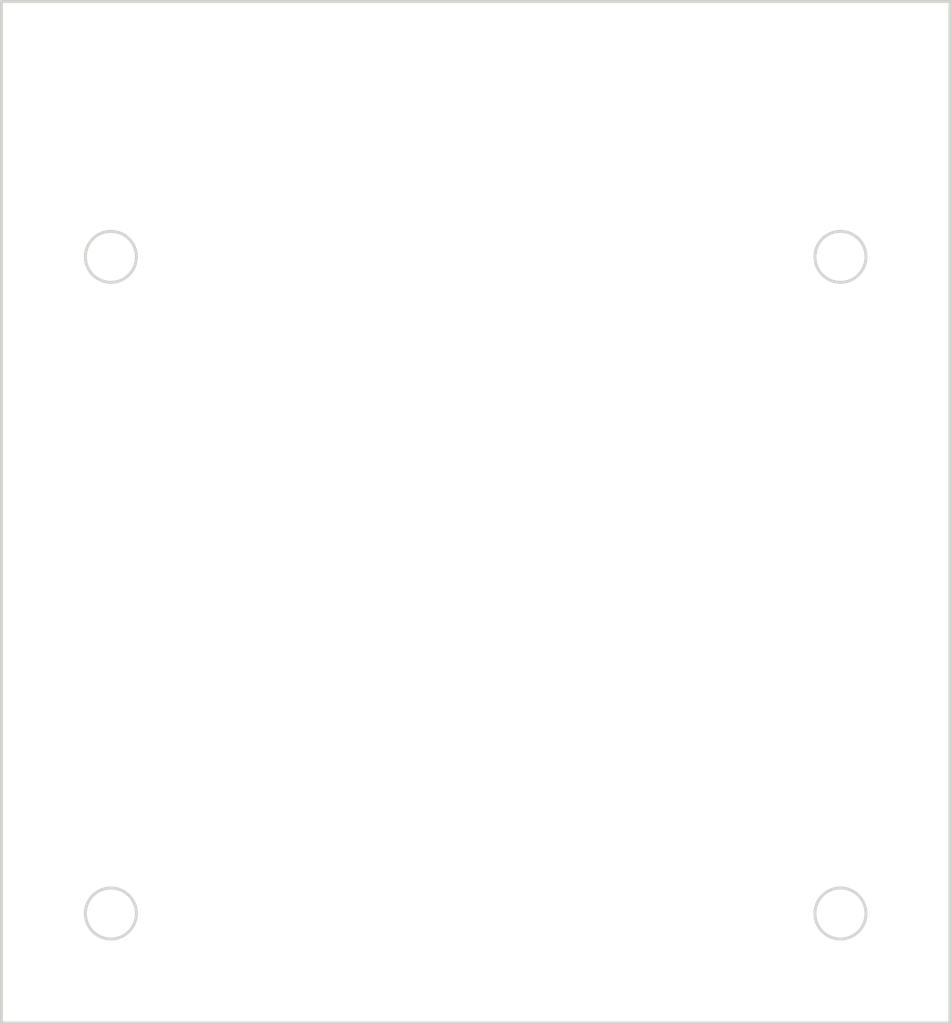
<source format=kicad_pcb>
(kicad_pcb
	(version 20240108)
	(generator "pcbnew")
	(generator_version "8.0")
	(general
		(thickness 1.6)
		(legacy_teardrops no)
	)
	(paper "A4")
	(layers
		(0 "F.Cu" signal)
		(31 "B.Cu" signal)
		(32 "B.Adhes" user "B.Adhesive")
		(33 "F.Adhes" user "F.Adhesive")
		(34 "B.Paste" user)
		(35 "F.Paste" user)
		(36 "B.SilkS" user "B.Silkscreen")
		(37 "F.SilkS" user "F.Silkscreen")
		(38 "B.Mask" user)
		(39 "F.Mask" user)
		(40 "Dwgs.User" user "User.Drawings")
		(41 "Cmts.User" user "User.Comments")
		(42 "Eco1.User" user "User.Eco1")
		(43 "Eco2.User" user "User.Eco2")
		(44 "Edge.Cuts" user)
		(45 "Margin" user)
		(46 "B.CrtYd" user "B.Courtyard")
		(47 "F.CrtYd" user "F.Courtyard")
		(48 "B.Fab" user)
		(49 "F.Fab" user)
		(50 "User.1" user)
		(51 "User.2" user)
		(52 "User.3" user)
		(53 "User.4" user)
		(54 "User.5" user)
		(55 "User.6" user)
		(56 "User.7" user)
		(57 "User.8" user)
		(58 "User.9" user)
	)
	(setup
		(pad_to_mask_clearance 0)
		(allow_soldermask_bridges_in_footprints no)
		(pcbplotparams
			(layerselection 0x00010fc_ffffffff)
			(plot_on_all_layers_selection 0x0000000_00000000)
			(disableapertmacros no)
			(usegerberextensions no)
			(usegerberattributes yes)
			(usegerberadvancedattributes yes)
			(creategerberjobfile yes)
			(dashed_line_dash_ratio 12.000000)
			(dashed_line_gap_ratio 3.000000)
			(svgprecision 4)
			(plotframeref no)
			(viasonmask no)
			(mode 1)
			(useauxorigin no)
			(hpglpennumber 1)
			(hpglpenspeed 20)
			(hpglpendiameter 15.000000)
			(pdf_front_fp_property_popups yes)
			(pdf_back_fp_property_popups yes)
			(dxfpolygonmode yes)
			(dxfimperialunits yes)
			(dxfusepcbnewfont yes)
			(psnegative no)
			(psa4output no)
			(plotreference yes)
			(plotvalue yes)
			(plotfptext yes)
			(plotinvisibletext no)
			(sketchpadsonfab no)
			(subtractmaskfromsilk no)
			(outputformat 1)
			(mirror no)
			(drillshape 1)
			(scaleselection 1)
			(outputdirectory "")
		)
	)
	(net 0 "")
	(gr_line
		(start 105.7638 112.7193)
		(end 105.75 112.5)
		(stroke
			(width 0.2)
			(type default)
		)
		(layer "Edge.Cuts")
		(uuid "00787f7b-dc6e-46ed-8752-4837af19142b")
	)
	(gr_line
		(start 158.4377 68.97757)
		(end 158.2451 69.08344)
		(stroke
			(width 0.2)
			(type default)
		)
		(layer "Edge.Cuts")
		(uuid "007c4ea7-38b0-4916-9983-5210de1ceb68")
	)
	(gr_line
		(start 109.195 112.0648)
		(end 109.2362 112.2807)
		(stroke
			(width 0.2)
			(type default)
		)
		(layer "Edge.Cuts")
		(uuid "027ea12f-76f4-4bde-b46f-44cabe2f5ad9")
	)
	(gr_line
		(start 109.1271 68.14421)
		(end 109.0335 68.34306)
		(stroke
			(width 0.2)
			(type default)
		)
		(layer "Edge.Cuts")
		(uuid "0285e032-2191-4de9-8a50-a1d815b05011")
	)
	(gr_line
		(start 107.6099 65.75346)
		(end 107.8279 65.78101)
		(stroke
			(width 0.2)
			(type default)
		)
		(layer "Edge.Cuts")
		(uuid "059f48c2-663d-423f-b970-d92539fff53c")
	)
	(gr_line
		(start 109.195 112.9352)
		(end 109.1271 113.1442)
		(stroke
			(width 0.2)
			(type default)
		)
		(layer "Edge.Cuts")
		(uuid "07f657cd-f433-483e-954b-2ec31b1d465e")
	)
	(gr_line
		(start 107.6099 69.24654)
		(end 107.3901 69.24654)
		(stroke
			(width 0.2)
			(type default)
		)
		(layer "Edge.Cuts")
		(uuid "0838f3cc-c965-4a2c-8feb-395a362be50e")
	)
	(gr_line
		(start 155.805 67.064789)
		(end 155.8729 66.855789)
		(stroke
			(width 0.2)
			(type default)
		)
		(layer "Edge.Cuts")
		(uuid "0bdfbbea-89d6-4dc4-b560-2315413cbcfb")
	)
	(gr_line
		(start 159.2362 67.280655)
		(end 159.25 67.5)
		(stroke
			(width 0.2)
			(type default)
		)
		(layer "Edge.Cuts")
		(uuid "0c27efa7-f4b2-4405-8782-f0cb82530393")
	)
	(gr_line
		(start 156.5623 68.97757)
		(end 156.3845 68.84839)
		(stroke
			(width 0.2)
			(type default)
		)
		(layer "Edge.Cuts")
		(uuid "0d7420d3-1763-43dd-af71-ddc835239e4a")
	)
	(gr_line
		(start 105.7638 112.2807)
		(end 105.805 112.0648)
		(stroke
			(width 0.2)
			(type default)
		)
		(layer "Edge.Cuts")
		(uuid "0da33bdf-3e12-447e-bd7a-af07ae4bfd5e")
	)
	(gr_line
		(start 157.6099 114.2465)
		(end 157.3901 114.2465)
		(stroke
			(width 0.2)
			(type default)
		)
		(layer "Edge.Cuts")
		(uuid "0e948824-28d4-417f-96ca-b8453fefc9fe")
	)
	(gr_line
		(start 108.0408 114.1643)
		(end 107.8279 114.219)
		(stroke
			(width 0.2)
			(type default)
		)
		(layer "Edge.Cuts")
		(uuid "0edb75f9-12a7-4d39-9c65-4732be2944e9")
	)
	(gr_line
		(start 159.0335 68.34306)
		(end 158.9158 68.52861)
		(stroke
			(width 0.2)
			(type default)
		)
		(layer "Edge.Cuts")
		(uuid "0f627536-13bb-4508-821b-4b804e59448a")
	)
	(gr_line
		(start 158.9158 66.47139)
		(end 159.0335 66.656937)
		(stroke
			(width 0.2)
			(type default)
		)
		(layer "Edge.Cuts")
		(uuid "140bc093-5a52-4df2-800c-fde5e0bbf57f")
	)
	(gr_line
		(start 155.9665 68.34306)
		(end 155.8729 68.14421)
		(stroke
			(width 0.2)
			(type default)
		)
		(layer "Edge.Cuts")
		(uuid "15b3c2e2-9bf3-458d-b58f-125fbcded2b0")
	)
	(gr_line
		(start 106.5623 68.97757)
		(end 106.3845 68.84839)
		(stroke
			(width 0.2)
			(type default)
		)
		(layer "Edge.Cuts")
		(uuid "15c8681c-35ff-43ad-bd13-002ffa064ee1")
	)
	(gr_line
		(start 109.2362 112.2807)
		(end 109.25 112.5)
		(stroke
			(width 0.2)
			(type default)
		)
		(layer "Edge.Cuts")
		(uuid "17609f93-39ac-43ce-8b4d-2935c1a923e2")
	)
	(gr_line
		(start 108.7757 111.302)
		(end 108.9158 111.4714)
		(stroke
			(width 0.2)
			(type default)
		)
		(layer "Edge.Cuts")
		(uuid "17a21658-ba3a-4833-b68f-a87b95621811")
	)
	(gr_line
		(start 159.195 112.0648)
		(end 159.2362 112.2807)
		(stroke
			(width 0.2)
			(type default)
		)
		(layer "Edge.Cuts")
		(uuid "1839d812-52f1-4c0d-a1e3-cab248c30943")
	)
	(gr_line
		(start 109.1271 113.1442)
		(end 109.0335 113.3431)
		(stroke
			(width 0.2)
			(type default)
		)
		(layer "Edge.Cuts")
		(uuid "1a790221-d7f4-4c50-98d5-abc4ea19a4e7")
	)
	(gr_line
		(start 155.8729 68.14421)
		(end 155.805 67.935196)
		(stroke
			(width 0.2)
			(type default)
		)
		(layer "Edge.Cuts")
		(uuid "1b1f3395-95f7-45f9-98ce-0ace32cd4809")
	)
	(gr_line
		(start 106.9592 110.8356)
		(end 107.1721 110.781)
		(stroke
			(width 0.2)
			(type default)
		)
		(layer "Edge.Cuts")
		(uuid "1e9d9e8a-a09d-4d0b-a0a8-291260a6b7ff")
	)
	(gr_line
		(start 109.1271 66.855789)
		(end 109.195 67.064789)
		(stroke
			(width 0.2)
			(type default)
		)
		(layer "Edge.Cuts")
		(uuid "2190bb45-f20a-4712-91f8-41b269f4dd7c")
	)
	(gr_line
		(start 107.1721 110.781)
		(end 107.3901 110.7534)
		(stroke
			(width 0.2)
			(type default)
		)
		(layer "Edge.Cuts")
		(uuid "21ad7838-9721-4378-ac49-2bd0e522f7ca")
	)
	(gr_line
		(start 106.7549 69.08344)
		(end 106.5623 68.97757)
		(stroke
			(width 0.2)
			(type default)
		)
		(layer "Edge.Cuts")
		(uuid "235e23cb-cd3f-43fd-ad7a-5024807f45ab")
	)
	(gr_line
		(start 158.9158 113.5286)
		(end 158.7757 113.698)
		(stroke
			(width 0.2)
			(type default)
		)
		(layer "Edge.Cuts")
		(uuid "25006cae-5797-4fe5-896d-9ef0308589d5")
	)
	(gr_line
		(start 106.9592 65.83566)
		(end 107.1721 65.78101)
		(stroke
			(width 0.2)
			(type default)
		)
		(layer "Edge.Cuts")
		(uuid "25c8985a-eda6-49e4-b77a-78b93fa2623d")
	)
	(gr_line
		(start 155.805 67.935196)
		(end 155.7638 67.71933)
		(stroke
			(width 0.2)
			(type default)
		)
		(layer "Edge.Cuts")
		(uuid "265d1f9d-93cc-46cf-80e1-15e1f5dd87e7")
	)
	(gr_line
		(start 155.9665 113.3431)
		(end 155.8729 113.1442)
		(stroke
			(width 0.2)
			(type default)
		)
		(layer "Edge.Cuts")
		(uuid "26bcd44b-984b-40a5-9578-1aa217d04d5e")
	)
	(gr_line
		(start 106.2243 113.698)
		(end 106.0842 113.5286)
		(stroke
			(width 0.2)
			(type default)
		)
		(layer "Edge.Cuts")
		(uuid "285b4fd5-f058-4d5a-b5e1-55484d3f5bd3")
	)
	(gr_line
		(start 108.4377 66.02243)
		(end 108.6155 66.151611)
		(stroke
			(width 0.2)
			(type default)
		)
		(layer "Edge.Cuts")
		(uuid "29869458-5cd2-4b9b-b080-7af7b7615d98")
	)
	(gr_line
		(start 158.9158 68.52861)
		(end 158.7757 68.69795)
		(stroke
			(width 0.2)
			(type default)
		)
		(layer "Edge.Cuts")
		(uuid "29d922d6-0f00-40a8-9f5b-664d330f57f5")
	)
	(gr_line
		(start 158.7757 113.698)
		(end 158.6155 113.8484)
		(stroke
			(width 0.2)
			(type default)
		)
		(layer "Edge.Cuts")
		(uuid "29e28979-6510-4814-bb38-a0d73807d24a")
	)
	(gr_line
		(start 109.195 67.935196)
		(end 109.1271 68.14421)
		(stroke
			(width 0.2)
			(type default)
		)
		(layer "Edge.Cuts")
		(uuid "2b001bc8-2f06-4219-8144-5a97848e6013")
	)
	(gr_line
		(start 105.7638 67.71933)
		(end 105.75 67.5)
		(stroke
			(width 0.2)
			(type default)
		)
		(layer "Edge.Cuts")
		(uuid "2c1e03ae-897f-495d-aad9-66837bbffdc2")
	)
	(gr_line
		(start 155.9665 66.656937)
		(end 156.0842 66.47139)
		(stroke
			(width 0.2)
			(type default)
		)
		(layer "Edge.Cuts")
		(uuid "2c9c450a-6fa8-4d0f-9edb-ff0cae6f3236")
	)
	(gr_line
		(start 159.0335 66.656937)
		(end 159.1271 66.855789)
		(stroke
			(width 0.2)
			(type default)
		)
		(layer "Edge.Cuts")
		(uuid "2cf5ff3e-6944-4039-a071-90e346f84c22")
	)
	(gr_line
		(start 158.6155 111.1516)
		(end 158.7757 111.302)
		(stroke
			(width 0.2)
			(type default)
		)
		(layer "Edge.Cuts")
		(uuid "2d3c3eb9-3fb5-4b22-80fc-ab3e16783134")
	)
	(gr_line
		(start 155.7638 67.71933)
		(end 155.75 67.5)
		(stroke
			(width 0.2)
			(type default)
		)
		(layer "Edge.Cuts")
		(uuid "2dc10c4a-90a2-4495-91eb-04a9c0782324")
	)
	(gr_line
		(start 108.0408 110.8356)
		(end 108.2451 110.9165)
		(stroke
			(width 0.2)
			(type default)
		)
		(layer "Edge.Cuts")
		(uuid "315abf82-8ff3-4f03-bdd1-94ae28970420")
	)
	(gr_line
		(start 157.8279 114.219)
		(end 157.6099 114.2465)
		(stroke
			(width 0.2)
			(type default)
		)
		(layer "Edge.Cuts")
		(uuid "3299d304-859c-420f-94b3-bd062d5f88e8")
	)
	(gr_line
		(start 100 50)
		(end 100 120)
		(stroke
			(width 0.2)
			(type default)
		)
		(layer "Edge.Cuts")
		(uuid "35a6b1fa-81de-4ca9-9464-8b579f887da8")
	)
	(gr_line
		(start 156.2243 111.302)
		(end 156.3845 111.1516)
		(stroke
			(width 0.2)
			(type default)
		)
		(layer "Edge.Cuts")
		(uuid "35b19edc-9725-4832-9857-c7a4d0038dec")
	)
	(gr_line
		(start 157.1721 110.781)
		(end 157.3901 110.7534)
		(stroke
			(width 0.2)
			(type default)
		)
		(layer "Edge.Cuts")
		(uuid "35e45703-2a8f-435e-b5e0-6b0583a64e69")
	)
	(gr_line
		(start 158.0408 69.16434)
		(end 157.8279 69.21899)
		(stroke
			(width 0.2)
			(type default)
		)
		(layer "Edge.Cuts")
		(uuid "37b96838-dd40-460c-ac73-941dda754dd0")
	)
	(gr_line
		(start 109.195 67.064789)
		(end 109.2362 67.280655)
		(stroke
			(width 0.2)
			(type default)
		)
		(layer "Edge.Cuts")
		(uuid "37f1467b-746e-4e17-8d6f-19fc35d0fa50")
	)
	(gr_line
		(start 158.0408 110.8356)
		(end 158.2451 110.9165)
		(stroke
			(width 0.2)
			(type default)
		)
		(layer "Edge.Cuts")
		(uuid "39422367-ffc4-40a0-bdc6-48049a3526f2")
	)
	(gr_line
		(start 158.0408 114.1643)
		(end 157.8279 114.219)
		(stroke
			(width 0.2)
			(type default)
		)
		(layer "Edge.Cuts")
		(uuid "396d5ee3-4e4e-41f1-ad3e-731737da676b")
	)
	(gr_line
		(start 106.7549 110.9165)
		(end 106.9592 110.8356)
		(stroke
			(width 0.2)
			(type default)
		)
		(layer "Edge.Cuts")
		(uuid "39a64d92-b2a7-4300-a8db-537ceebf681e")
	)
	(gr_line
		(start 108.0408 69.16434)
		(end 107.8279 69.21899)
		(stroke
			(width 0.2)
			(type default)
		)
		(layer "Edge.Cuts")
		(uuid "3adee539-f088-4ac2-98bf-d4035adeea67")
	)
	(gr_line
		(start 106.5623 111.0224)
		(end 106.7549 110.9165)
		(stroke
			(width 0.2)
			(type default)
		)
		(layer "Edge.Cuts")
		(uuid "3ef9a817-ca15-4ddd-870a-722e26cdd451")
	)
	(gr_line
		(start 106.5623 113.9776)
		(end 106.3845 113.8484)
		(stroke
			(width 0.2)
			(type default)
		)
		(layer "Edge.Cuts")
		(uuid "41d3e695-f043-437a-b0ac-6dece0f5634f")
	)
	(gr_line
		(start 106.0842 111.4714)
		(end 106.2243 111.302)
		(stroke
			(width 0.2)
			(type default)
		)
		(layer "Edge.Cuts")
		(uuid "447698d5-c54c-40d4-b8d9-d75a4eee20ab")
	)
	(gr_line
		(start 156.0842 68.52861)
		(end 155.9665 68.34306)
		(stroke
			(width 0.2)
			(type default)
		)
		(layer "Edge.Cuts")
		(uuid "451c131a-0b77-4d9a-8015-23853a276896")
	)
	(gr_line
		(start 158.6155 68.84839)
		(end 158.4377 68.97757)
		(stroke
			(width 0.2)
			(type default)
		)
		(layer "Edge.Cuts")
		(uuid "456453d6-dbf3-4e1d-a1da-cf4a5195f377")
	)
	(gr_line
		(start 109.0335 66.656937)
		(end 109.1271 66.855789)
		(stroke
			(width 0.2)
			(type default)
		)
		(layer "Edge.Cuts")
		(uuid "4639957e-a81d-4e7e-bdda-9798139810fa")
	)
	(gr_line
		(start 109.0335 113.3431)
		(end 108.9158 113.5286)
		(stroke
			(width 0.2)
			(type default)
		)
		(layer "Edge.Cuts")
		(uuid "47762b63-80c6-4c3f-bff6-386be7b4c84f")
	)
	(gr_line
		(start 109.2362 67.280655)
		(end 109.25 67.5)
		(stroke
			(width 0.2)
			(type default)
		)
		(layer "Edge.Cuts")
		(uuid "477fb69f-2bfc-4db1-8075-fa64390ddf34")
	)
	(gr_line
		(start 156.7549 69.08344)
		(end 156.5623 68.97757)
		(stroke
			(width 0.2)
			(type default)
		)
		(layer "Edge.Cuts")
		(uuid "4881dfc6-8e42-4d0d-b112-adb05f1d2496")
	)
	(gr_line
		(start 165 50)
		(end 100 50)
		(stroke
			(width 0.2)
			(type default)
		)
		(layer "Edge.Cuts")
		(uuid "48a95ce9-68dd-401f-aeb4-30c0bd10eefd")
	)
	(gr_line
		(start 107.3901 65.75346)
		(end 107.6099 65.75346)
		(stroke
			(width 0.2)
			(type default)
		)
		(layer "Edge.Cuts")
		(uuid "4911b9a3-fd25-4efc-b469-6bd7b08e0583")
	)
	(gr_line
		(start 106.2243 68.69795)
		(end 106.0842 68.52861)
		(stroke
			(width 0.2)
			(type default)
		)
		(layer "Edge.Cuts")
		(uuid "4b9f9b3c-825c-414d-bb53-699712145aa2")
	)
	(gr_line
		(start 109.2362 67.71933)
		(end 109.195 67.935196)
		(stroke
			(width 0.2)
			(type default)
		)
		(layer "Edge.Cuts")
		(uuid "4d054d86-dfb7-416c-a6c3-11aec3bfda45")
	)
	(gr_line
		(start 156.3845 68.84839)
		(end 156.2243 68.69795)
		(stroke
			(width 0.2)
			(type default)
		)
		(layer "Edge.Cuts")
		(uuid "4dd6d285-b933-4103-bca1-2047c165cfda")
	)
	(gr_line
		(start 159.1271 111.8558)
		(end 159.195 112.0648)
		(stroke
			(width 0.2)
			(type default)
		)
		(layer "Edge.Cuts")
		(uuid "4e41e194-9302-4562-a466-3e6a710872c2")
	)
	(gr_line
		(start 157.3901 69.24654)
		(end 157.1721 69.21899)
		(stroke
			(width 0.2)
			(type default)
		)
		(layer "Edge.Cuts")
		(uuid "4ee07ff9-8496-46bd-b692-ebde756bafda")
	)
	(gr_line
		(start 106.5623 66.02243)
		(end 106.7549 65.91656)
		(stroke
			(width 0.2)
			(type default)
		)
		(layer "Edge.Cuts")
		(uuid "505cb85f-a50e-4703-b803-3a44496ca3fb")
	)
	(gr_line
		(start 106.3845 66.151611)
		(end 106.5623 66.02243)
		(stroke
			(width 0.2)
			(type default)
		)
		(layer "Edge.Cuts")
		(uuid "5214a0bb-4172-42f2-bbfd-bbbcc57c5f78")
	)
	(gr_line
		(start 108.2451 65.91656)
		(end 108.4377 66.02243)
		(stroke
			(width 0.2)
			(type default)
		)
		(layer "Edge.Cuts")
		(uuid "524cb55a-4a53-4d39-ac20-382732affaf1")
	)
	(gr_line
		(start 157.6099 110.7534)
		(end 157.8279 110.781)
		(stroke
			(width 0.2)
			(type default)
		)
		(layer "Edge.Cuts")
		(uuid "532b2316-1210-41b2-83bf-b29cab7a634c")
	)
	(gr_line
		(start 158.7757 66.302048)
		(end 158.9158 66.47139)
		(stroke
			(width 0.2)
			(type default)
		)
		(layer "Edge.Cuts")
		(uuid "55da4250-18b5-40da-b2d1-703b29ceddfe")
	)
	(gr_line
		(start 105.75 112.5)
		(end 105.7638 112.2807)
		(stroke
			(width 0.2)
			(type default)
		)
		(layer "Edge.Cuts")
		(uuid "5630ea44-91e3-40f8-9405-d6ac9fc07b24")
	)
	(gr_line
		(start 105.9665 113.3431)
		(end 105.8729 113.1442)
		(stroke
			(width 0.2)
			(type default)
		)
		(layer "Edge.Cuts")
		(uuid "59d3f9cc-ad42-4d68-b9a1-7ac0e09a2f2d")
	)
	(gr_line
		(start 108.9158 66.47139)
		(end 109.0335 66.656937)
		(stroke
			(width 0.2)
			(type default)
		)
		(layer "Edge.Cuts")
		(uuid "5a633231-b5aa-439b-be6d-e9cb95d7ac86")
	)
	(gr_line
		(start 156.9592 114.1643)
		(end 156.7549 114.0834)
		(stroke
			(width 0.2)
			(type default)
		)
		(layer "Edge.Cuts")
		(uuid "5b8c1a34-0256-4f06-9bb2-31c04e83c715")
	)
	(gr_line
		(start 108.2451 110.9165)
		(end 108.4377 111.0224)
		(stroke
			(width 0.2)
			(type default)
		)
		(layer "Edge.Cuts")
		(uuid "5bf7e553-5d63-439f-9e1a-211ca060ed2e")
	)
	(gr_line
		(start 105.805 67.064789)
		(end 105.8729 66.855789)
		(stroke
			(width 0.2)
			(type default)
		)
		(layer "Edge.Cuts")
		(uuid "5cc5f358-d877-4ea9-baea-24a084dccb7b")
	)
	(gr_line
		(start 107.8279 65.78101)
		(end 108.0408 65.83566)
		(stroke
			(width 0.2)
			(type default)
		)
		(layer "Edge.Cuts")
		(uuid "6114bc84-dfae-4770-8264-ae014dead726")
	)
	(gr_line
		(start 106.9592 69.16434)
		(end 106.7549 69.08344)
		(stroke
			(width 0.2)
			(type default)
		)
		(layer "Edge.Cuts")
		(uuid "6138b18f-e8a7-47a7-b8f3-631419865727")
	)
	(gr_line
		(start 109.1271 111.8558)
		(end 109.195 112.0648)
		(stroke
			(width 0.2)
			(type default)
		)
		(layer "Edge.Cuts")
		(uuid "619026c6-15eb-49a2-b2f6-642a94630591")
	)
	(gr_line
		(start 109.2362 112.7193)
		(end 109.195 112.9352)
		(stroke
			(width 0.2)
			(type default)
		)
		(layer "Edge.Cuts")
		(uuid "62047d2e-c192-476a-9ce0-0c9b95ebd967")
	)
	(gr_line
		(start 159.0335 113.3431)
		(end 158.9158 113.5286)
		(stroke
			(width 0.2)
			(type default)
		)
		(layer "Edge.Cuts")
		(uuid "628550f7-bc05-4af4-884d-66ba4be895d6")
	)
	(gr_line
		(start 156.5623 66.02243)
		(end 156.7549 65.91656)
		(stroke
			(width 0.2)
			(type default)
		)
		(layer "Edge.Cuts")
		(uuid "63e706ee-fbe5-4896-8fd6-920e13afd14b")
	)
	(gr_line
		(start 105.9665 66.656937)
		(end 106.0842 66.47139)
		(stroke
			(width 0.2)
			(type default)
		)
		(layer "Edge.Cuts")
		(uuid "643c405f-9276-4c30-b06b-0968b51e916f")
	)
	(gr_line
		(start 108.7757 113.698)
		(end 108.6155 113.8484)
		(stroke
			(width 0.2)
			(type default)
		)
		(layer "Edge.Cuts")
		(uuid "6499e7db-ef60-4251-bc21-55cd195d8f23")
	)
	(gr_line
		(start 158.7757 68.69795)
		(end 158.6155 68.84839)
		(stroke
			(width 0.2)
			(type default)
		)
		(layer "Edge.Cuts")
		(uuid "64c4b3d2-d628-4a63-a213-717aea306942")
	)
	(gr_line
		(start 159.25 67.5)
		(end 159.2362 67.71933)
		(stroke
			(width 0.2)
			(type default)
		)
		(layer "Edge.Cuts")
		(uuid "653c12c5-00df-4333-9b31-4923c43a2602")
	)
	(gr_line
		(start 105.805 112.9352)
		(end 105.7638 112.7193)
		(stroke
			(width 0.2)
			(type default)
		)
		(layer "Edge.Cuts")
		(uuid "66916862-507b-4ad6-aeae-233f71e22978")
	)
	(gr_line
		(start 107.1721 69.21899)
		(end 106.9592 69.16434)
		(stroke
			(width 0.2)
			(type default)
		)
		(layer "Edge.Cuts")
		(uuid "66962cf4-e921-4af7-84b4-a75664839896")
	)
	(gr_line
		(start 159.2362 67.71933)
		(end 159.195 67.935196)
		(stroke
			(width 0.2)
			(type default)
		)
		(layer "Edge.Cuts")
		(uuid "684549f3-0283-463b-9873-319795906f8f")
	)
	(gr_line
		(start 159.2362 112.7193)
		(end 159.195 112.9352)
		(stroke
			(width 0.2)
			(type default)
		)
		(layer "Edge.Cuts")
		(uuid "6882ca98-379a-4c4a-8800-08bc6262dad1")
	)
	(gr_line
		(start 108.9158 113.5286)
		(end 108.7757 113.698)
		(stroke
			(width 0.2)
			(type default)
		)
		(layer "Edge.Cuts")
		(uuid "69c22bb3-ffba-4644-bd17-58bc777fce8f")
	)
	(gr_line
		(start 156.7549 110.9165)
		(end 156.9592 110.8356)
		(stroke
			(width 0.2)
			(type default)
		)
		(layer "Edge.Cuts")
		(uuid "6a0647bf-7a27-464b-927c-e82a4f13c0c7")
	)
	(gr_line
		(start 108.2451 69.08344)
		(end 108.0408 69.16434)
		(stroke
			(width 0.2)
			(type default)
		)
		(layer "Edge.Cuts")
		(uuid "6b7f11e2-488a-433b-acb0-be5e0318978a")
	)
	(gr_line
		(start 107.3901 114.2465)
		(end 107.1721 114.219)
		(stroke
			(width 0.2)
			(type default)
		)
		(layer "Edge.Cuts")
		(uuid "6ecfba39-f7aa-4ca7-894e-7f7bcd73b839")
	)
	(gr_line
		(start 155.8729 66.855789)
		(end 155.9665 66.656937)
		(stroke
			(width 0.2)
			(type default)
		)
		(layer "Edge.Cuts")
		(uuid "6fd04fbc-e152-46e4-9c9b-5367418fb986")
	)
	(gr_line
		(start 106.3845 113.8484)
		(end 106.2243 113.698)
		(stroke
			(width 0.2)
			(type default)
		)
		(layer "Edge.Cuts")
		(uuid "714285e9-e8a0-4b0a-9a78-b5172a167d0c")
	)
	(gr_line
		(start 157.3901 110.7534)
		(end 157.6099 110.7534)
		(stroke
			(width 0.2)
			(type default)
		)
		(layer "Edge.Cuts")
		(uuid "74135c26-4bcb-4226-95bc-6f3a6a6f7963")
	)
	(gr_line
		(start 158.9158 111.4714)
		(end 159.0335 111.6569)
		(stroke
			(width 0.2)
			(type default)
		)
		(layer "Edge.Cuts")
		(uuid "74137862-31e1-4d84-ae61-eb225ddc827f")
	)
	(gr_line
		(start 100 120)
		(end 165 120)
		(stroke
			(width 0.2)
			(type default)
		)
		(layer "Edge.Cuts")
		(uuid "75722e8e-1da4-49a7-8641-789cf2ca9081")
	)
	(gr_line
		(start 107.3901 110.7534)
		(end 107.6099 110.7534)
		(stroke
			(width 0.2)
			(type default)
		)
		(layer "Edge.Cuts")
		(uuid "757fc902-0f47-423c-abda-76396b71fc21")
	)
	(gr_line
		(start 159.1271 66.855789)
		(end 159.195 67.064789)
		(stroke
			(width 0.2)
			(type default)
		)
		(layer "Edge.Cuts")
		(uuid "7587fbbb-ff6c-45ad-b11e-82d589f72dab")
	)
	(gr_line
		(start 157.8279 65.78101)
		(end 158.0408 65.83566)
		(stroke
			(width 0.2)
			(type default)
		)
		(layer "Edge.Cuts")
		(uuid "75f9dd0b-e04f-45f3-9b84-a2fc824dea50")
	)
	(gr_line
		(start 108.4377 111.0224)
		(end 108.6155 111.1516)
		(stroke
			(width 0.2)
			(type default)
		)
		(layer "Edge.Cuts")
		(uuid "7a6906f2-4cce-4118-a31d-18f19828be83")
	)
	(gr_line
		(start 109.0335 111.6569)
		(end 109.1271 111.8558)
		(stroke
			(width 0.2)
			(type default)
		)
		(layer "Edge.Cuts")
		(uuid "7ae3870b-3eda-4a2e-868f-57ae85e7252c")
	)
	(gr_line
		(start 155.8729 111.8558)
		(end 155.9665 111.6569)
		(stroke
			(width 0.2)
			(type default)
		)
		(layer "Edge.Cuts")
		(uuid "7b4c45d8-6d2e-4bb4-8b91-573d0190e817")
	)
	(gr_line
		(start 155.805 112.0648)
		(end 155.8729 111.8558)
		(stroke
			(width 0.2)
			(type default)
		)
		(layer "Edge.Cuts")
		(uuid "7c5044ae-23d7-4441-ba4b-2236b6cad355")
	)
	(gr_line
		(start 158.4377 66.02243)
		(end 158.6155 66.151611)
		(stroke
			(width 0.2)
			(type default)
		)
		(layer "Edge.Cuts")
		(uuid "7dc20f81-a815-44c8-8371-d46d0fc87aff")
	)
	(gr_line
		(start 105.8729 111.8558)
		(end 105.9665 111.6569)
		(stroke
			(width 0.2)
			(type default)
		)
		(layer "Edge.Cuts")
		(uuid "7e0c2698-6a9d-46c9-82c5-dbf7f75d9157")
	)
	(gr_line
		(start 105.9665 68.34306)
		(end 105.8729 68.14421)
		(stroke
			(width 0.2)
			(type default)
		)
		(layer "Edge.Cuts")
		(uuid "7fd16efb-2716-48a1-8d73-4a751c811a26")
	)
	(gr_line
		(start 106.7549 65.91656)
		(end 106.9592 65.83566)
		(stroke
			(width 0.2)
			(type default)
		)
		(layer "Edge.Cuts")
		(uuid "7fe7c177-c37f-470f-aea7-85079f93ea09")
	)
	(gr_line
		(start 156.0842 113.5286)
		(end 155.9665 113.3431)
		(stroke
			(width 0.2)
			(type default)
		)
		(layer "Edge.Cuts")
		(uuid "84621fc8-052b-4066-b841-bfebbe39e6e7")
	)
	(gr_line
		(start 155.8729 113.1442)
		(end 155.805 112.9352)
		(stroke
			(width 0.2)
			(type default)
		)
		(layer "Edge.Cuts")
		(uuid "84ef9c8b-1fa8-4cac-8aab-91c10cd9e85c")
	)
	(gr_line
		(start 159.195 112.9352)
		(end 159.1271 113.1442)
		(stroke
			(width 0.2)
			(type default)
		)
		(layer "Edge.Cuts")
		(uuid "852bd130-9639-44c0-9993-1f2023e678dd")
	)
	(gr_line
		(start 105.9665 111.6569)
		(end 106.0842 111.4714)
		(stroke
			(width 0.2)
			(type default)
		)
		(layer "Edge.Cuts")
		(uuid "85740f03-a007-4047-9b35-9e30ce198102")
	)
	(gr_line
		(start 156.3845 113.8484)
		(end 156.2243 113.698)
		(stroke
			(width 0.2)
			(type default)
		)
		(layer "Edge.Cuts")
		(uuid "86922acc-0f20-4bc1-9030-a22c0e456597")
	)
	(gr_line
		(start 106.3845 111.1516)
		(end 106.5623 111.0224)
		(stroke
			(width 0.2)
			(type default)
		)
		(layer "Edge.Cuts")
		(uuid "8718fa29-2741-4a79-917b-c0750275c1c7")
	)
	(gr_line
		(start 156.0842 111.4714)
		(end 156.2243 111.302)
		(stroke
			(width 0.2)
			(type default)
		)
		(layer "Edge.Cuts")
		(uuid "89213037-22a3-427b-9539-3d572cdec6a7")
	)
	(gr_line
		(start 105.7638 67.280655)
		(end 105.805 67.064789)
		(stroke
			(width 0.2)
			(type default)
		)
		(layer "Edge.Cuts")
		(uuid "89dda1ec-33d6-4dd3-b232-513c1b384c4f")
	)
	(gr_line
		(start 157.8279 110.781)
		(end 158.0408 110.8356)
		(stroke
			(width 0.2)
			(type default)
		)
		(layer "Edge.Cuts")
		(uuid "8aa90be0-aa46-4c07-8a17-6288fb6efc18")
	)
	(gr_line
		(start 156.2243 66.302048)
		(end 156.3845 66.151611)
		(stroke
			(width 0.2)
			(type default)
		)
		(layer "Edge.Cuts")
		(uuid "8c8a9120-4f19-47b0-9dc4-daf270b29e7c")
	)
	(gr_line
		(start 109.25 67.5)
		(end 109.2362 67.71933)
		(stroke
			(width 0.2)
			(type default)
		)
		(layer "Edge.Cuts")
		(uuid "9106ca12-370a-4bf8-8617-368961bc3b13")
	)
	(gr_line
		(start 159.195 67.064789)
		(end 159.2362 67.280655)
		(stroke
			(width 0.2)
			(type default)
		)
		(layer "Edge.Cuts")
		(uuid "9638b98b-57ef-4635-87bf-5df01e889de2")
	)
	(gr_line
		(start 158.2451 110.9165)
		(end 158.4377 111.0224)
		(stroke
			(width 0.2)
			(type default)
		)
		(layer "Edge.Cuts")
		(uuid "9799778b-31e9-4858-a22d-718eba98fafd")
	)
	(gr_line
		(start 159.195 67.935196)
		(end 159.1271 68.14421)
		(stroke
			(width 0.2)
			(type default)
		)
		(layer "Edge.Cuts")
		(uuid "980af68c-aac9-49d3-b62b-c2020cc97901")
	)
	(gr_line
		(start 105.805 67.935196)
		(end 105.7638 67.71933)
		(stroke
			(width 0.2)
			(type default)
		)
		(layer "Edge.Cuts")
		(uuid "98f700ff-c248-4fc4-af2f-fe51c4d2964b")
	)
	(gr_line
		(start 156.5623 111.0224)
		(end 156.7549 110.9165)
		(stroke
			(width 0.2)
			(type default)
		)
		(layer "Edge.Cuts")
		(uuid "993b6711-f53b-4de5-9d22-824d11e5f000")
	)
	(gr_line
		(start 108.7757 66.302048)
		(end 108.9158 66.47139)
		(stroke
			(width 0.2)
			(type default)
		)
		(layer "Edge.Cuts")
		(uuid "99f1eb09-1442-4114-9860-9a577e792a60")
	)
	(gr_line
		(start 156.9592 69.16434)
		(end 156.7549 69.08344)
		(stroke
			(width 0.2)
			(type default)
		)
		(layer "Edge.Cuts")
		(uuid "9e3ff8dd-075d-41cc-aa23-3e73039aee39")
	)
	(gr_line
		(start 107.6099 114.2465)
		(end 107.3901 114.2465)
		(stroke
			(width 0.2)
			(type default)
		)
		(layer "Edge.Cuts")
		(uuid "9fb4d71e-ab97-4975-a8df-2ed88af08394")
	)
	(gr_line
		(start 159.1271 113.1442)
		(end 159.0335 113.3431)
		(stroke
			(width 0.2)
			(type default)
		)
		(layer "Edge.Cuts")
		(uuid "a1aef445-5d70-4400-9052-26cae6011202")
	)
	(gr_line
		(start 155.75 112.5)
		(end 155.7638 112.2807)
		(stroke
			(width 0.2)
			(type default)
		)
		(layer "Edge.Cuts")
		(uuid "a3a8c82c-c223-4fff-b440-4fe0e216bce5")
	)
	(gr_line
		(start 156.2243 68.69795)
		(end 156.0842 68.52861)
		(stroke
			(width 0.2)
			(type default)
		)
		(layer "Edge.Cuts")
		(uuid "a5e0e811-4edd-42f9-bb6d-41c01f998751")
	)
	(gr_line
		(start 156.9592 65.83566)
		(end 157.1721 65.78101)
		(stroke
			(width 0.2)
			(type default)
		)
		(layer "Edge.Cuts")
		(uuid "a6a746ee-b737-43e9-9b0b-ed53597e2aa2")
	)
	(gr_line
		(start 155.805 112.9352)
		(end 155.7638 112.7193)
		(stroke
			(width 0.2)
			(type default)
		)
		(layer "Edge.Cuts")
		(uuid "a6e259bb-e086-4408-a0bd-e115dec7f955")
	)
	(gr_line
		(start 165 120)
		(end 165 50)
		(stroke
			(width 0.2)
			(type default)
		)
		(layer "Edge.Cuts")
		(uuid "aadd4566-02ec-45ab-866a-4d6bf57f5b02")
	)
	(gr_line
		(start 108.4377 68.97757)
		(end 108.2451 69.08344)
		(stroke
			(width 0.2)
			(type default)
		)
		(layer "Edge.Cuts")
		(uuid "ac305c2e-b5bb-41c6-94d6-8a1518ac639b")
	)
	(gr_line
		(start 157.6099 69.24654)
		(end 157.3901 69.24654)
		(stroke
			(width 0.2)
			(type default)
		)
		(layer "Edge.Cuts")
		(uuid "ad3197d3-ca5d-46d5-9a82-1342671f8e29")
	)
	(gr_line
		(start 156.3845 111.1516)
		(end 156.5623 111.0224)
		(stroke
			(width 0.2)
			(type default)
		)
		(layer "Edge.Cuts")
		(uuid "af6ce923-bb63-44ae-9e42-9e4784efa44e")
	)
	(gr_line
		(start 159.1271 68.14421)
		(end 159.0335 68.34306)
		(stroke
			(width 0.2)
			(type default)
		)
		(layer "Edge.Cuts")
		(uuid "b13ef9db-5a46-47c0-81a2-9662ab2682f4")
	)
	(gr_line
		(start 106.0842 68.52861)
		(end 105.9665 68.34306)
		(stroke
			(width 0.2)
			(type default)
		)
		(layer "Edge.Cuts")
		(uuid "b1473065-846a-4f96-86bd-d43ddd86e4ce")
	)
	(gr_line
		(start 108.9158 68.52861)
		(end 108.7757 68.69795)
		(stroke
			(width 0.2)
			(type default)
		)
		(layer "Edge.Cuts")
		(uuid "b1a90ae9-f35c-4131-b7ce-35237b3bebf4")
	)
	(gr_line
		(start 108.7757 68.69795)
		(end 108.6155 68.84839)
		(stroke
			(width 0.2)
			(type default)
		)
		(layer "Edge.Cuts")
		(uuid "b52573c4-e899-4bc3-8f28-0813c6f8d1a1")
	)
	(gr_line
		(start 158.6155 66.151611)
		(end 158.7757 66.302048)
		(stroke
			(width 0.2)
			(type default)
		)
		(layer "Edge.Cuts")
		(uuid "b537a9d4-d619-4fdb-bb7e-beb0269d2191")
	)
	(gr_line
		(start 108.6155 66.151611)
		(end 108.7757 66.302048)
		(stroke
			(width 0.2)
			(type default)
		)
		(layer "Edge.Cuts")
		(uuid "b6f6b990-b2bb-4ad8-bcb1-b165739eb57f")
	)
	(gr_line
		(start 155.7638 67.280655)
		(end 155.805 67.064789)
		(stroke
			(width 0.2)
			(type default)
		)
		(layer "Edge.Cuts")
		(uuid "b88b9230-4bc4-4ee6-bd7b-20bef4f8b40a")
	)
	(gr_line
		(start 107.3901 69.24654)
		(end 107.1721 69.21899)
		(stroke
			(width 0.2)
			(type default)
		)
		(layer "Edge.Cuts")
		(uuid "bcd607c9-5862-49fa-892b-9d316adae700")
	)
	(gr_line
		(start 108.6155 113.8484)
		(end 108.4377 113.9776)
		(stroke
			(width 0.2)
			(type default)
		)
		(layer "Edge.Cuts")
		(uuid "bce0dbfd-a7f2-49c1-964d-50bcccd412b4")
	)
	(gr_line
		(start 155.9665 111.6569)
		(end 156.0842 111.4714)
		(stroke
			(width 0.2)
			(type default)
		)
		(layer "Edge.Cuts")
		(uuid "bdd112f2-c2d5-4dad-8fab-1e96231ae47e")
	)
	(gr_line
		(start 106.9592 114.1643)
		(end 106.7549 114.0834)
		(stroke
			(width 0.2)
			(type default)
		)
		(layer "Edge.Cuts")
		(uuid "c1d5734a-1968-4d51-9417-f8b9de77d0b5")
	)
	(gr_line
		(start 157.8279 69.21899)
		(end 157.6099 69.24654)
		(stroke
			(width 0.2)
			(type default)
		)
		(layer "Edge.Cuts")
		(uuid "c2e288c5-f3ea-46d2-ac68-e4e76187f17d")
	)
	(gr_line
		(start 108.4377 113.9776)
		(end 108.2451 114.0834)
		(stroke
			(width 0.2)
			(type default)
		)
		(layer "Edge.Cuts")
		(uuid "c2f1d42e-637b-4a00-bbd9-18fc6569e9b9")
	)
	(gr_line
		(start 107.1721 114.219)
		(end 106.9592 114.1643)
		(stroke
			(width 0.2)
			(type default)
		)
		(layer "Edge.Cuts")
		(uuid "c42c886d-64c9-4255-be14-b912553d87a8")
	)
	(gr_line
		(start 158.7757 111.302)
		(end 158.9158 111.4714)
		(stroke
			(width 0.2)
			(type default)
		)
		(layer "Edge.Cuts")
		(uuid "c450a008-c3b8-4940-b467-7c60612fc37a")
	)
	(gr_line
		(start 105.8729 66.855789)
		(end 105.9665 66.656937)
		(stroke
			(width 0.2)
			(type default)
		)
		(layer "Edge.Cuts")
		(uuid "c61ca4ed-ac0d-48dc-bde5-7115a95c7eea")
	)
	(gr_line
		(start 157.3901 114.2465)
		(end 157.1721 114.219)
		(stroke
			(width 0.2)
			(type default)
		)
		(layer "Edge.Cuts")
		(uuid "c661d47a-d668-4600-b631-bdedb9c93508")
	)
	(gr_line
		(start 158.2451 65.91656)
		(end 158.4377 66.02243)
		(stroke
			(width 0.2)
			(type default)
		)
		(layer "Edge.Cuts")
		(uuid "c6aff5e2-5b22-468d-b83a-cde54f2bfde2")
	)
	(gr_line
		(start 157.3901 65.75346)
		(end 157.6099 65.75346)
		(stroke
			(width 0.2)
			(type default)
		)
		(layer "Edge.Cuts")
		(uuid "c882d2ad-79e6-42b0-92fc-a94a14b67cfb")
	)
	(gr_line
		(start 108.2451 114.0834)
		(end 108.0408 114.1643)
		(stroke
			(width 0.2)
			(type default)
		)
		(layer "Edge.Cuts")
		(uuid "c9aa9fa2-9ddf-4781-a273-4ceb539e3f9e")
	)
	(gr_line
		(start 105.8729 113.1442)
		(end 105.805 112.9352)
		(stroke
			(width 0.2)
			(type default)
		)
		(layer "Edge.Cuts")
		(uuid "c9bd116b-1ee4-46e1-bcbd-a24abd78a4d5")
	)
	(gr_line
		(start 157.1721 69.21899)
		(end 156.9592 69.16434)
		(stroke
			(width 0.2)
			(type default)
		)
		(layer "Edge.Cuts")
		(uuid "cd207684-d05c-4139-9855-a6e405a1cd99")
	)
	(gr_line
		(start 156.0842 66.47139)
		(end 156.2243 66.302048)
		(stroke
			(width 0.2)
			(type default)
		)
		(layer "Edge.Cuts")
		(uuid "cd29d94e-d127-4059-9bb1-b5a1c142e22c")
	)
	(gr_line
		(start 158.2451 114.0834)
		(end 158.0408 114.1643)
		(stroke
			(width 0.2)
			(type default)
		)
		(layer "Edge.Cuts")
		(uuid "cdf4edd4-59cb-4834-b764-feb830f129b1")
	)
	(gr_line
		(start 107.6099 110.7534)
		(end 107.8279 110.781)
		(stroke
			(width 0.2)
			(type default)
		)
		(layer "Edge.Cuts")
		(uuid "cf576fb6-8e72-4305-a660-caedac0520dc")
	)
	(gr_line
		(start 156.3845 66.151611)
		(end 156.5623 66.02243)
		(stroke
			(width 0.2)
			(type default)
		)
		(layer "Edge.Cuts")
		(uuid "cfae44c5-d342-4276-9b3a-b26a6aeedba4")
	)
	(gr_line
		(start 159.0335 111.6569)
		(end 159.1271 111.8558)
		(stroke
			(width 0.2)
			(type default)
		)
		(layer "Edge.Cuts")
		(uuid "d185796d-9249-4aaf-aaa6-5b9dee9bd053")
	)
	(gr_line
		(start 108.6155 68.84839)
		(end 108.4377 68.97757)
		(stroke
			(width 0.2)
			(type default)
		)
		(layer "Edge.Cuts")
		(uuid "d3697631-67aa-4f40-94cb-8040e27ba4f6")
	)
	(gr_line
		(start 109.0335 68.34306)
		(end 108.9158 68.52861)
		(stroke
			(width 0.2)
			(type default)
		)
		(layer "Edge.Cuts")
		(uuid "d4cfb735-19bc-4e7a-ae55-b2de2e4a2937")
	)
	(gr_line
		(start 155.75 67.5)
		(end 155.7638 67.280655)
		(stroke
			(width 0.2)
			(type default)
		)
		(layer "Edge.Cuts")
		(uuid "d725b0fe-492a-4665-9df6-26012a05ec79")
	)
	(gr_line
		(start 105.805 112.0648)
		(end 105.8729 111.8558)
		(stroke
			(width 0.2)
			(type default)
		)
		(layer "Edge.Cuts")
		(uuid "d8c5ebba-8f39-40cb-8041-0f601e179a44")
	)
	(gr_line
		(start 159.25 112.5)
		(end 159.2362 112.7193)
		(stroke
			(width 0.2)
			(type default)
		)
		(layer "Edge.Cuts")
		(uuid "da46d258-2324-45e2-ac79-7c16c80391f1")
	)
	(gr_line
		(start 109.25 112.5)
		(end 109.2362 112.7193)
		(stroke
			(width 0.2)
			(type default)
		)
		(layer "Edge.Cuts")
		(uuid "da6cb183-05f6-40cf-91e4-12316eeee41c")
	)
	(gr_line
		(start 158.4377 113.9776)
		(end 158.2451 114.0834)
		(stroke
			(width 0.2)
			(type default)
		)
		(layer "Edge.Cuts")
		(uuid "dd7d0245-db30-44a4-927f-252fd0287fba")
	)
	(gr_line
		(start 106.0842 66.47139)
		(end 106.2243 66.302048)
		(stroke
			(width 0.2)
			(type default)
		)
		(layer "Edge.Cuts")
		(uuid "ddfaed70-bbea-4508-bf15-101358a39c15")
	)
	(gr_line
		(start 159.2362 112.2807)
		(end 159.25 112.5)
		(stroke
			(width 0.2)
			(type default)
		)
		(layer "Edge.Cuts")
		(uuid "e100d5ca-4524-4b7c-aa81-94e47a2cd54b")
	)
	(gr_line
		(start 156.9592 110.8356)
		(end 157.1721 110.781)
		(stroke
			(width 0.2)
			(type default)
		)
		(layer "Edge.Cuts")
		(uuid "e19f8c28-9ef4-4591-ad42-0e92a4422034")
	)
	(gr_line
		(start 107.8279 110.781)
		(end 108.0408 110.8356)
		(stroke
			(width 0.2)
			(type default)
		)
		(layer "Edge.Cuts")
		(uuid "e1f8ebc7-ed84-4043-9f48-07cef86615c0")
	)
	(gr_line
		(start 155.7638 112.2807)
		(end 155.805 112.0648)
		(stroke
			(width 0.2)
			(type default)
		)
		(layer "Edge.Cuts")
		(uuid "e3c90dda-6970-4b4b-bf1d-16d4d7c24af9")
	)
	(gr_line
		(start 108.0408 65.83566)
		(end 108.2451 65.91656)
		(stroke
			(width 0.2)
			(type default)
		)
		(layer "Edge.Cuts")
		(uuid "e3c95b17-16d3-4517-ad66-6ef3ddd82036")
	)
	(gr_line
		(start 108.9158 111.4714)
		(end 109.0335 111.6569)
		(stroke
			(width 0.2)
			(type default)
		)
		(layer "Edge.Cuts")
		(uuid "e3e8d726-33ab-4509-afe7-276eeb30c065")
	)
	(gr_line
		(start 157.1721 65.78101)
		(end 157.3901 65.75346)
		(stroke
			(width 0.2)
			(type default)
		)
		(layer "Edge.Cuts")
		(uuid "e8826b99-1e19-4f6e-b27a-f2be1b6f6f64")
	)
	(gr_line
		(start 105.8729 68.14421)
		(end 105.805 67.935196)
		(stroke
			(width 0.2)
			(type default)
		)
		(layer "Edge.Cuts")
		(uuid "e9fbd7ac-4e1e-444f-b5ba-279bac109d9d")
	)
	(gr_line
		(start 106.2243 66.302048)
		(end 106.3845 66.151611)
		(stroke
			(width 0.2)
			(type default)
		)
		(layer "Edge.Cuts")
		(uuid "ea16360f-7f5f-4e38-bec7-8ebe0224c7f2")
	)
	(gr_line
		(start 156.7549 65.91656)
		(end 156.9592 65.83566)
		(stroke
			(width 0.2)
			(type default)
		)
		(layer "Edge.Cuts")
		(uuid "ec70586e-baa5-4359-8733-57f9d31cabc4")
	)
	(gr_line
		(start 158.2451 69.08344)
		(end 158.0408 69.16434)
		(stroke
			(width 0.2)
			(type default)
		)
		(layer "Edge.Cuts")
		(uuid "edeab357-6f2c-48c4-b018-4c942bd2e31d")
	)
	(gr_line
		(start 107.8279 69.21899)
		(end 107.6099 69.24654)
		(stroke
			(width 0.2)
			(type default)
		)
		(layer "Edge.Cuts")
		(uuid "ee272d3c-4974-4d9e-a8fc-27da3e7cc54f")
	)
	(gr_line
		(start 158.6155 113.8484)
		(end 158.4377 113.9776)
		(stroke
			(width 0.2)
			(type default)
		)
		(layer "Edge.Cuts")
		(uuid "ee9d283d-872c-4766-a4af-43f835084fc7")
	)
	(gr_line
		(start 158.0408 65.83566)
		(end 158.2451 65.91656)
		(stroke
			(width 0.2)
			(type default)
		)
		(layer "Edge.Cuts")
		(uuid "eed625d5-92c2-4679-9be2-b0efce418129")
	)
	(gr_line
		(start 105.75 67.5)
		(end 105.7638 67.280655)
		(stroke
			(width 0.2)
			(type default)
		)
		(layer "Edge.Cuts")
		(uuid "eedff19a-a70b-475e-8ce7-f9090cf3013a")
	)
	(gr_line
		(start 107.8279 114.219)
		(end 107.6099 114.2465)
		(stroke
			(width 0.2)
			(type default)
		)
		(layer "Edge.Cuts")
		(uuid "ef1e296a-1371-46dc-8e88-68031b39223e")
	)
	(gr_line
		(start 157.1721 114.219)
		(end 156.9592 114.1643)
		(stroke
			(width 0.2)
			(type default)
		)
		(layer "Edge.Cuts")
		(uuid "f0a60e6e-25b0-415f-be31-497f3d1dbe3e")
	)
	(gr_line
		(start 155.7638 112.7193)
		(end 155.75 112.5)
		(stroke
			(width 0.2)
			(type default)
		)
		(layer "Edge.Cuts")
		(uuid "f0f32e1a-5d4a-4d8f-b81c-2dbb7a548298")
	)
	(gr_line
		(start 106.2243 111.302)
		(end 106.3845 111.1516)
		(stroke
			(width 0.2)
			(type default)
		)
		(layer "Edge.Cuts")
		(uuid "f4deddfe-bb89-4c80-86c6-f560744f8b7d")
	)
	(gr_line
		(start 106.0842 113.5286)
		(end 105.9665 113.3431)
		(stroke
			(width 0.2)
			(type default)
		)
		(layer "Edge.Cuts")
		(uuid "f4fa7e4d-fbff-4f69-8ca0-29819d695ff7")
	)
	(gr_line
		(start 156.7549 114.0834)
		(end 156.5623 113.9776)
		(stroke
			(width 0.2)
			(type default)
		)
		(layer "Edge.Cuts")
		(uuid "f5400df0-f2e9-4aae-acb8-a88ee72f079f")
	)
	(gr_line
		(start 106.7549 114.0834)
		(end 106.5623 113.9776)
		(stroke
			(width 0.2)
			(type default)
		)
		(layer "Edge.Cuts")
		(uuid "f6064a57-b1ac-416f-88ff-b9d1555b802c")
	)
	(gr_line
		(start 157.6099 65.75346)
		(end 157.8279 65.78101)
		(stroke
			(width 0.2)
			(type default)
		)
		(layer "Edge.Cuts")
		(uuid "f6756a6c-8796-40ca-b5b7-8efef3ea8b38")
	)
	(gr_line
		(start 106.3845 68.84839)
		(end 106.2243 68.69795)
		(stroke
			(width 0.2)
			(type default)
		)
		(layer "Edge.Cuts")
		(uuid "f7648b43-8c61-4e71-ac43-caabbfde5310")
	)
	(gr_line
		(start 156.2243 113.698)
		(end 156.0842 113.5286)
		(stroke
			(width 0.2)
			(type default)
		)
		(layer "Edge.Cuts")
		(uuid "fba34f88-ac82-430b-9e45-a29d2c70ab88")
	)
	(gr_line
		(start 107.1721 65.78101)
		(end 107.3901 65.75346)
		(stroke
			(width 0.2)
			(type default)
		)
		(layer "Edge.Cuts")
		(uuid "fca77a8c-1d8b-4aa3-a695-d38c1dc02a13")
	)
	(gr_line
		(start 158.4377 111.0224)
		(end 158.6155 111.1516)
		(stroke
			(width 0.2)
			(type default)
		)
		(layer "Edge.Cuts")
		(uuid "fd956b22-59aa-4655-834f-56672e194527")
	)
	(gr_line
		(start 108.6155 111.1516)
		(end 108.7757 111.302)
		(stroke
			(width 0.2)
			(type default)
		)
		(layer "Edge.Cuts")
		(uuid "fdff2cd8-dd22-4922-99df-b2df4bde5d7e")
	)
	(gr_line
		(start 156.5623 113.9776)
		(end 156.3845 113.8484)
		(stroke
			(width 0.2)
			(type default)
		)
		(layer "Edge.Cuts")
		(uuid "feef6411-b54f-4c67-ab21-83847e5d6c89")
	)
	(group ""
		(uuid "c7948d2e-54d0-49f6-b0f5-a8b73d22e46f")
		(members "00787f7b-dc6e-46ed-8752-4837af19142b" "007c4ea7-38b0-4916-9983-5210de1ceb68"
			"027ea12f-76f4-4bde-b46f-44cabe2f5ad9" "0285e032-2191-4de9-8a50-a1d815b05011"
			"059f48c2-663d-423f-b970-d92539fff53c" "07f657cd-f433-483e-954b-2ec31b1d465e"
			"0838f3cc-c965-4a2c-8feb-395a362be50e" "0bdfbbea-89d6-4dc4-b560-2315413cbcfb"
			"0c27efa7-f4b2-4405-8782-f0cb82530393" "0d7420d3-1763-43dd-af71-ddc835239e4a"
			"0da33bdf-3e12-447e-bd7a-af07ae4bfd5e" "0e948824-28d4-417f-96ca-b8453fefc9fe"
			"0edb75f9-12a7-4d39-9c65-4732be2944e9" "0f627536-13bb-4508-821b-4b804e59448a"
			"140bc093-5a52-4df2-800c-fde5e0bbf57f" "15b3c2e2-9bf3-458d-b58f-125fbcded2b0"
			"15c8681c-35ff-43ad-bd13-002ffa064ee1" "17609f93-39ac-43ce-8b4d-2935c1a923e2"
			"17a21658-ba3a-4833-b68f-a87b95621811" "1839d812-52f1-4c0d-a1e3-cab248c30943"
			"1a790221-d7f4-4c50-98d5-abc4ea19a4e7" "1b1f3395-95f7-45f9-98ce-0ace32cd4809"
			"1e9d9e8a-a09d-4d0b-a0a8-291260a6b7ff" "2190bb45-f20a-4712-91f8-41b269f4dd7c"
			"21ad7838-9721-4378-ac49-2bd0e522f7ca" "235e23cb-cd3f-43fd-ad7a-5024807f45ab"
			"25006cae-5797-4fe5-896d-9ef0308589d5" "25c8985a-eda6-49e4-b77a-78b93fa2623d"
			"265d1f9d-93cc-46cf-80e1-15e1f5dd87e7" "26bcd44b-984b-40a5-9578-1aa217d04d5e"
			"285b4fd5-f058-4d5a-b5e1-55484d3f5bd3" "29869458-5cd2-4b9b-b080-7af7b7615d98"
			"29d922d6-0f00-40a8-9f5b-664d330f57f5" "29e28979-6510-4814-bb38-a0d73807d24a"
			"2b001bc8-2f06-4219-8144-5a97848e6013" "2c1e03ae-897f-495d-aad9-66837bbffdc2"
			"2c9c450a-6fa8-4d0f-9edb-ff0cae6f3236" "2cf5ff3e-6944-4039-a071-90e346f84c22"
			"2d3c3eb9-3fb5-4b22-80fc-ab3e16783134" "2dc10c4a-90a2-4495-91eb-04a9c0782324"
			"315abf82-8ff3-4f03-bdd1-94ae28970420" "3299d304-859c-420f-94b3-bd062d5f88e8"
			"35a6b1fa-81de-4ca9-9464-8b579f887da8" "35b19edc-9725-4832-9857-c7a4d0038dec"
			"35e45703-2a8f-435e-b5e0-6b0583a64e69" "37b96838-dd40-460c-ac73-941dda754dd0"
			"37f1467b-746e-4e17-8d6f-19fc35d0fa50" "39422367-ffc4-40a0-bdc6-48049a3526f2"
			"396d5ee3-4e4e-41f1-ad3e-731737da676b" "39a64d92-b2a7-4300-a8db-537ceebf681e"
			"3adee539-f088-4ac2-98bf-d4035adeea67" "3ef9a817-ca15-4ddd-870a-722e26cdd451"
			"41d3e695-f043-437a-b0ac-6dece0f5634f" "447698d5-c54c-40d4-b8d9-d75a4eee20ab"
			"451c131a-0b77-4d9a-8015-23853a276896" "456453d6-dbf3-4e1d-a1da-cf4a5195f377"
			"4639957e-a81d-4e7e-bdda-9798139810fa" "47762b63-80c6-4c3f-bff6-386be7b4c84f"
			"477fb69f-2bfc-4db1-8075-fa64390ddf34" "4881dfc6-8e42-4d0d-b112-adb05f1d2496"
			"48a95ce9-68dd-401f-aeb4-30c0bd10eefd" "4911b9a3-fd25-4efc-b469-6bd7b08e0583"
			"4b9f9b3c-825c-414d-bb53-699712145aa2" "4d054d86-dfb7-416c-a6c3-11aec3bfda45"
			"4dd6d285-b933-4103-bca1-2047c165cfda" "4e41e194-9302-4562-a466-3e6a710872c2"
			"4ee07ff9-8496-46bd-b692-ebde756bafda" "505cb85f-a50e-4703-b803-3a44496ca3fb"
			"5214a0bb-4172-42f2-bbfd-bbbcc57c5f78" "524cb55a-4a53-4d39-ac20-382732affaf1"
			"532b2316-1210-41b2-83bf-b29cab7a634c" "55da4250-18b5-40da-b2d1-703b29ceddfe"
			"5630ea44-91e3-40f8-9405-d6ac9fc07b24" "59d3f9cc-ad42-4d68-b9a1-7ac0e09a2f2d"
			"5a633231-b5aa-439b-be6d-e9cb95d7ac86" "5b8c1a34-0256-4f06-9bb2-31c04e83c715"
			"5bf7e553-5d63-439f-9e1a-211ca060ed2e" "5cc5f358-d877-4ea9-baea-24a084dccb7b"
			"6114bc84-dfae-4770-8264-ae014dead726" "6138b18f-e8a7-47a7-b8f3-631419865727"
			"619026c6-15eb-49a2-b2f6-642a94630591" "62047d2e-c192-476a-9ce0-0c9b95ebd967"
			"628550f7-bc05-4af4-884d-66ba4be895d6" "63e706ee-fbe5-4896-8fd6-920e13afd14b"
			"643c405f-9276-4c30-b06b-0968b51e916f" "6499e7db-ef60-4251-bc21-55cd195d8f23"
			"64c4b3d2-d628-4a63-a213-717aea306942" "653c12c5-00df-4333-9b31-4923c43a2602"
			"66916862-507b-4ad6-aeae-233f71e22978" "66962cf4-e921-4af7-84b4-a75664839896"
			"684549f3-0283-463b-9873-319795906f8f" "6882ca98-379a-4c4a-8800-08bc6262dad1"
			"69c22bb3-ffba-4644-bd17-58bc777fce8f" "6a0647bf-7a27-464b-927c-e82a4f13c0c7"
			"6b7f11e2-488a-433b-acb0-be5e0318978a" "6ecfba39-f7aa-4ca7-894e-7f7bcd73b839"
			"6fd04fbc-e152-46e4-9c9b-5367418fb986" "714285e9-e8a0-4b0a-9a78-b5172a167d0c"
			"74135c26-4bcb-4226-95bc-6f3a6a6f7963" "74137862-31e1-4d84-ae61-eb225ddc827f"
			"75722e8e-1da4-49a7-8641-789cf2ca9081" "757fc902-0f47-423c-abda-76396b71fc21"
			"7587fbbb-ff6c-45ad-b11e-82d589f72dab" "75f9dd0b-e04f-45f3-9b84-a2fc824dea50"
			"7a6906f2-4cce-4118-a31d-18f19828be83" "7ae3870b-3eda-4a2e-868f-57ae85e7252c"
			"7b4c45d8-6d2e-4bb4-8b91-573d0190e817" "7c5044ae-23d7-4441-ba4b-2236b6cad355"
			"7dc20f81-a815-44c8-8371-d46d0fc87aff" "7e0c2698-6a9d-46c9-82c5-dbf7f75d9157"
			"7fd16efb-2716-48a1-8d73-4a751c811a26" "7fe7c177-c37f-470f-aea7-85079f93ea09"
			"84621fc8-052b-4066-b841-bfebbe39e6e7" "84ef9c8b-1fa8-4cac-8aab-91c10cd9e85c"
			"852bd130-9639-44c0-9993-1f2023e678dd" "85740f03-a007-4047-9b35-9e30ce198102"
			"86922acc-0f20-4bc1-9030-a22c0e456597" "8718fa29-2741-4a79-917b-c0750275c1c7"
			"89213037-22a3-427b-9539-3d572cdec6a7" "89dda1ec-33d6-4dd3-b232-513c1b384c4f"
			"8aa90be0-aa46-4c07-8a17-6288fb6efc18" "8c8a9120-4f19-47b0-9dc4-daf270b29e7c"
			"9106ca12-370a-4bf8-8617-368961bc3b13" "9638b98b-57ef-4635-87bf-5df01e889de2"
			"9799778b-31e9-4858-a22d-718eba98fafd" "980af68c-aac9-49d3-b62b-c2020cc97901"
			"98f700ff-c248-4fc4-af2f-fe51c4d2964b" "993b6711-f53b-4de5-9d22-824d11e5f000"
			"99f1eb09-1442-4114-9860-9a577e792a60" "9e3ff8dd-075d-41cc-aa23-3e73039aee39"
			"9fb4d71e-ab97-4975-a8df-2ed88af08394" "a1aef445-5d70-4400-9052-26cae6011202"
			"a3a8c82c-c223-4fff-b440-4fe0e216bce5" "a5e0e811-4edd-42f9-bb6d-41c01f998751"
			"a6a746ee-b737-43e9-9b0b-ed53597e2aa2" "a6e259bb-e086-4408-a0bd-e115dec7f955"
			"aadd4566-02ec-45ab-866a-4d6bf57f5b02" "ac305c2e-b5bb-41c6-94d6-8a1518ac639b"
			"ad3197d3-ca5d-46d5-9a82-1342671f8e29" "af6ce923-bb63-44ae-9e42-9e4784efa44e"
			"b13ef9db-5a46-47c0-81a2-9662ab2682f4" "b1473065-846a-4f96-86bd-d43ddd86e4ce"
			"b1a90ae9-f35c-4131-b7ce-35237b3bebf4" "b52573c4-e899-4bc3-8f28-0813c6f8d1a1"
			"b537a9d4-d619-4fdb-bb7e-beb0269d2191" "b6f6b990-b2bb-4ad8-bcb1-b165739eb57f"
			"b88b9230-4bc4-4ee6-bd7b-20bef4f8b40a" "bcd607c9-5862-49fa-892b-9d316adae700"
			"bce0dbfd-a7f2-49c1-964d-50bcccd412b4" "bdd112f2-c2d5-4dad-8fab-1e96231ae47e"
			"c1d5734a-1968-4d51-9417-f8b9de77d0b5" "c2e288c5-f3ea-46d2-ac68-e4e76187f17d"
			"c2f1d42e-637b-4a00-bbd9-18fc6569e9b9" "c42c886d-64c9-4255-be14-b912553d87a8"
			"c450a008-c3b8-4940-b467-7c60612fc37a" "c61ca4ed-ac0d-48dc-bde5-7115a95c7eea"
			"c661d47a-d668-4600-b631-bdedb9c93508" "c6aff5e2-5b22-468d-b83a-cde54f2bfde2"
			"c882d2ad-79e6-42b0-92fc-a94a14b67cfb" "c9aa9fa2-9ddf-4781-a273-4ceb539e3f9e"
			"c9bd116b-1ee4-46e1-bcbd-a24abd78a4d5" "cd207684-d05c-4139-9855-a6e405a1cd99"
			"cd29d94e-d127-4059-9bb1-b5a1c142e22c" "cdf4edd4-59cb-4834-b764-feb830f129b1"
			"cf576fb6-8e72-4305-a660-caedac0520dc" "cfae44c5-d342-4276-9b3a-b26a6aeedba4"
			"d185796d-9249-4aaf-aaa6-5b9dee9bd053" "d3697631-67aa-4f40-94cb-8040e27ba4f6"
			"d4cfb735-19bc-4e7a-ae55-b2de2e4a2937" "d725b0fe-492a-4665-9df6-26012a05ec79"
			"d8c5ebba-8f39-40cb-8041-0f601e179a44" "da46d258-2324-45e2-ac79-7c16c80391f1"
			"da6cb183-05f6-40cf-91e4-12316eeee41c" "dd7d0245-db30-44a4-927f-252fd0287fba"
			"ddfaed70-bbea-4508-bf15-101358a39c15" "e100d5ca-4524-4b7c-aa81-94e47a2cd54b"
			"e19f8c28-9ef4-4591-ad42-0e92a4422034" "e1f8ebc7-ed84-4043-9f48-07cef86615c0"
			"e3c90dda-6970-4b4b-bf1d-16d4d7c24af9" "e3c95b17-16d3-4517-ad66-6ef3ddd82036"
			"e3e8d726-33ab-4509-afe7-276eeb30c065" "e8826b99-1e19-4f6e-b27a-f2be1b6f6f64"
			"e9fbd7ac-4e1e-444f-b5ba-279bac109d9d" "ea16360f-7f5f-4e38-bec7-8ebe0224c7f2"
			"ec70586e-baa5-4359-8733-57f9d31cabc4" "edeab357-6f2c-48c4-b018-4c942bd2e31d"
			"ee272d3c-4974-4d9e-a8fc-27da3e7cc54f" "ee9d283d-872c-4766-a4af-43f835084fc7"
			"eed625d5-92c2-4679-9be2-b0efce418129" "eedff19a-a70b-475e-8ce7-f9090cf3013a"
			"ef1e296a-1371-46dc-8e88-68031b39223e" "f0a60e6e-25b0-415f-be31-497f3d1dbe3e"
			"f0f32e1a-5d4a-4d8f-b81c-2dbb7a548298" "f4deddfe-bb89-4c80-86c6-f560744f8b7d"
			"f4fa7e4d-fbff-4f69-8ca0-29819d695ff7" "f5400df0-f2e9-4aae-acb8-a88ee72f079f"
			"f6064a57-b1ac-416f-88ff-b9d1555b802c" "f6756a6c-8796-40ca-b5b7-8efef3ea8b38"
			"f7648b43-8c61-4e71-ac43-caabbfde5310" "fba34f88-ac82-430b-9e45-a29d2c70ab88"
			"fca77a8c-1d8b-4aa3-a695-d38c1dc02a13" "fd956b22-59aa-4655-834f-56672e194527"
			"fdff2cd8-dd22-4922-99df-b2df4bde5d7e" "feef6411-b54f-4c67-ab21-83847e5d6c89"
		)
	)
)

</source>
